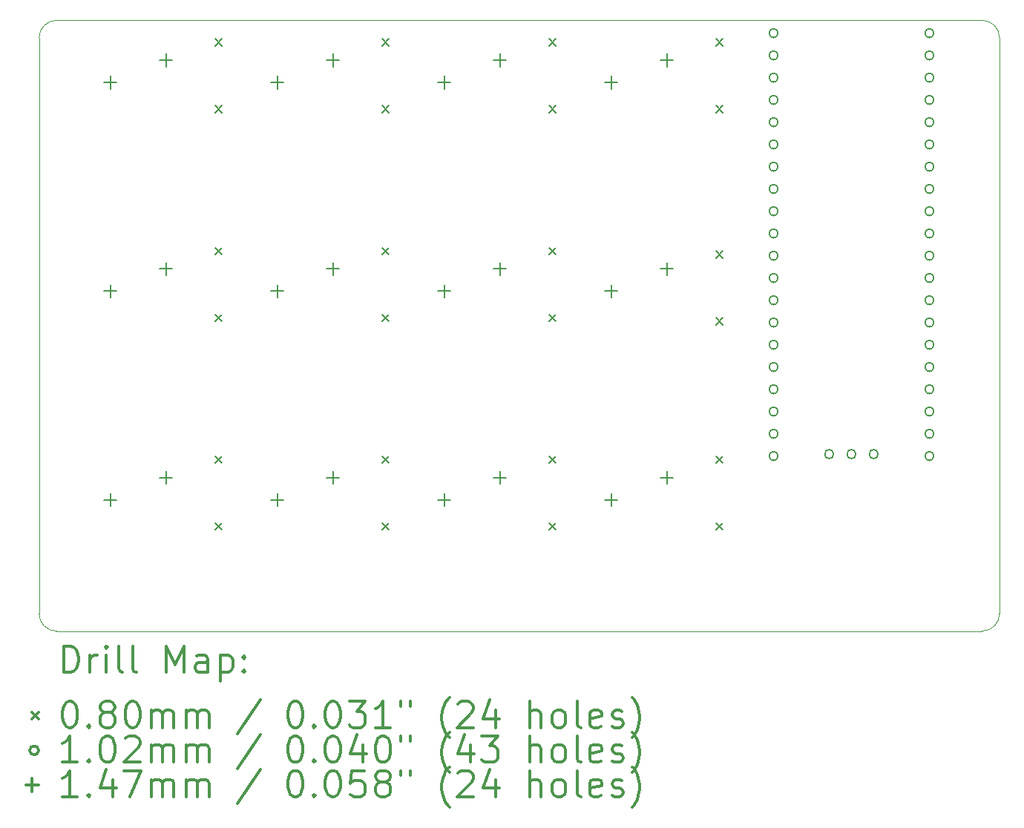
<source format=gbr>
%FSLAX45Y45*%
G04 Gerber Fmt 4.5, Leading zero omitted, Abs format (unit mm)*
G04 Created by KiCad (PCBNEW (5.1.9)-1) date 2021-05-26 09:10:55*
%MOMM*%
%LPD*%
G01*
G04 APERTURE LIST*
%TA.AperFunction,Profile*%
%ADD10C,0.100000*%
%TD*%
%ADD11C,0.200000*%
%ADD12C,0.300000*%
G04 APERTURE END LIST*
D10*
X17100000Y-3880000D02*
G75*
G02*
X17300000Y-4080000I0J-200000D01*
G01*
X17300000Y-10650000D02*
G75*
G02*
X17100000Y-10850000I-200000J0D01*
G01*
X6540000Y-10850000D02*
G75*
G02*
X6340000Y-10650000I0J200000D01*
G01*
X6340000Y-4080000D02*
X6340000Y-10650000D01*
X17100000Y-3880000D02*
X6540000Y-3880000D01*
X6340000Y-4080000D02*
G75*
G02*
X6540000Y-3880000I200000J0D01*
G01*
X17300000Y-10650000D02*
X17300000Y-4080000D01*
X6540000Y-10850000D02*
X17100000Y-10850000D01*
D11*
X8346000Y-4091500D02*
X8426000Y-4171500D01*
X8426000Y-4091500D02*
X8346000Y-4171500D01*
X8346000Y-4853500D02*
X8426000Y-4933500D01*
X8426000Y-4853500D02*
X8346000Y-4933500D01*
X8346000Y-6472750D02*
X8426000Y-6552750D01*
X8426000Y-6472750D02*
X8346000Y-6552750D01*
X8346000Y-7234750D02*
X8426000Y-7314750D01*
X8426000Y-7234750D02*
X8346000Y-7314750D01*
X8346000Y-8854000D02*
X8426000Y-8934000D01*
X8426000Y-8854000D02*
X8346000Y-8934000D01*
X8346000Y-9616000D02*
X8426000Y-9696000D01*
X8426000Y-9616000D02*
X8346000Y-9696000D01*
X10251000Y-4091500D02*
X10331000Y-4171500D01*
X10331000Y-4091500D02*
X10251000Y-4171500D01*
X10251000Y-4853500D02*
X10331000Y-4933500D01*
X10331000Y-4853500D02*
X10251000Y-4933500D01*
X10251000Y-6472750D02*
X10331000Y-6552750D01*
X10331000Y-6472750D02*
X10251000Y-6552750D01*
X10251000Y-7234750D02*
X10331000Y-7314750D01*
X10331000Y-7234750D02*
X10251000Y-7314750D01*
X10251000Y-8854000D02*
X10331000Y-8934000D01*
X10331000Y-8854000D02*
X10251000Y-8934000D01*
X10251000Y-9616000D02*
X10331000Y-9696000D01*
X10331000Y-9616000D02*
X10251000Y-9696000D01*
X12156000Y-4091500D02*
X12236000Y-4171500D01*
X12236000Y-4091500D02*
X12156000Y-4171500D01*
X12156000Y-4853500D02*
X12236000Y-4933500D01*
X12236000Y-4853500D02*
X12156000Y-4933500D01*
X12156000Y-6472750D02*
X12236000Y-6552750D01*
X12236000Y-6472750D02*
X12156000Y-6552750D01*
X12156000Y-7234750D02*
X12236000Y-7314750D01*
X12236000Y-7234750D02*
X12156000Y-7314750D01*
X12156000Y-8854000D02*
X12236000Y-8934000D01*
X12236000Y-8854000D02*
X12156000Y-8934000D01*
X12156000Y-9616000D02*
X12236000Y-9696000D01*
X12236000Y-9616000D02*
X12156000Y-9696000D01*
X14061000Y-4091500D02*
X14141000Y-4171500D01*
X14141000Y-4091500D02*
X14061000Y-4171500D01*
X14061000Y-4853500D02*
X14141000Y-4933500D01*
X14141000Y-4853500D02*
X14061000Y-4933500D01*
X14061000Y-6512750D02*
X14141000Y-6592750D01*
X14141000Y-6512750D02*
X14061000Y-6592750D01*
X14061000Y-7274750D02*
X14141000Y-7354750D01*
X14141000Y-7274750D02*
X14061000Y-7354750D01*
X14061000Y-8854000D02*
X14141000Y-8934000D01*
X14141000Y-8854000D02*
X14061000Y-8934000D01*
X14061000Y-9616000D02*
X14141000Y-9696000D01*
X14141000Y-9616000D02*
X14061000Y-9696000D01*
X14772000Y-4027000D02*
G75*
G03*
X14772000Y-4027000I-51000J0D01*
G01*
X14772000Y-4281000D02*
G75*
G03*
X14772000Y-4281000I-51000J0D01*
G01*
X14772000Y-4535000D02*
G75*
G03*
X14772000Y-4535000I-51000J0D01*
G01*
X14772000Y-4789000D02*
G75*
G03*
X14772000Y-4789000I-51000J0D01*
G01*
X14772000Y-5043000D02*
G75*
G03*
X14772000Y-5043000I-51000J0D01*
G01*
X14772000Y-5297000D02*
G75*
G03*
X14772000Y-5297000I-51000J0D01*
G01*
X14772000Y-5551000D02*
G75*
G03*
X14772000Y-5551000I-51000J0D01*
G01*
X14772000Y-5805000D02*
G75*
G03*
X14772000Y-5805000I-51000J0D01*
G01*
X14772000Y-6059000D02*
G75*
G03*
X14772000Y-6059000I-51000J0D01*
G01*
X14772000Y-6313000D02*
G75*
G03*
X14772000Y-6313000I-51000J0D01*
G01*
X14772000Y-6567000D02*
G75*
G03*
X14772000Y-6567000I-51000J0D01*
G01*
X14772000Y-6821000D02*
G75*
G03*
X14772000Y-6821000I-51000J0D01*
G01*
X14772000Y-7075000D02*
G75*
G03*
X14772000Y-7075000I-51000J0D01*
G01*
X14772000Y-7329000D02*
G75*
G03*
X14772000Y-7329000I-51000J0D01*
G01*
X14772000Y-7583000D02*
G75*
G03*
X14772000Y-7583000I-51000J0D01*
G01*
X14772000Y-7837000D02*
G75*
G03*
X14772000Y-7837000I-51000J0D01*
G01*
X14772000Y-8091000D02*
G75*
G03*
X14772000Y-8091000I-51000J0D01*
G01*
X14772000Y-8345000D02*
G75*
G03*
X14772000Y-8345000I-51000J0D01*
G01*
X14772000Y-8599000D02*
G75*
G03*
X14772000Y-8599000I-51000J0D01*
G01*
X14772000Y-8853000D02*
G75*
G03*
X14772000Y-8853000I-51000J0D01*
G01*
X15407000Y-8830000D02*
G75*
G03*
X15407000Y-8830000I-51000J0D01*
G01*
X15661000Y-8830000D02*
G75*
G03*
X15661000Y-8830000I-51000J0D01*
G01*
X15915000Y-8830000D02*
G75*
G03*
X15915000Y-8830000I-51000J0D01*
G01*
X16550000Y-4027000D02*
G75*
G03*
X16550000Y-4027000I-51000J0D01*
G01*
X16550000Y-4281000D02*
G75*
G03*
X16550000Y-4281000I-51000J0D01*
G01*
X16550000Y-4535000D02*
G75*
G03*
X16550000Y-4535000I-51000J0D01*
G01*
X16550000Y-4789000D02*
G75*
G03*
X16550000Y-4789000I-51000J0D01*
G01*
X16550000Y-5043000D02*
G75*
G03*
X16550000Y-5043000I-51000J0D01*
G01*
X16550000Y-5297000D02*
G75*
G03*
X16550000Y-5297000I-51000J0D01*
G01*
X16550000Y-5551000D02*
G75*
G03*
X16550000Y-5551000I-51000J0D01*
G01*
X16550000Y-5805000D02*
G75*
G03*
X16550000Y-5805000I-51000J0D01*
G01*
X16550000Y-6059000D02*
G75*
G03*
X16550000Y-6059000I-51000J0D01*
G01*
X16550000Y-6313000D02*
G75*
G03*
X16550000Y-6313000I-51000J0D01*
G01*
X16550000Y-6567000D02*
G75*
G03*
X16550000Y-6567000I-51000J0D01*
G01*
X16550000Y-6821000D02*
G75*
G03*
X16550000Y-6821000I-51000J0D01*
G01*
X16550000Y-7075000D02*
G75*
G03*
X16550000Y-7075000I-51000J0D01*
G01*
X16550000Y-7329000D02*
G75*
G03*
X16550000Y-7329000I-51000J0D01*
G01*
X16550000Y-7583000D02*
G75*
G03*
X16550000Y-7583000I-51000J0D01*
G01*
X16550000Y-7837000D02*
G75*
G03*
X16550000Y-7837000I-51000J0D01*
G01*
X16550000Y-8091000D02*
G75*
G03*
X16550000Y-8091000I-51000J0D01*
G01*
X16550000Y-8345000D02*
G75*
G03*
X16550000Y-8345000I-51000J0D01*
G01*
X16550000Y-8599000D02*
G75*
G03*
X16550000Y-8599000I-51000J0D01*
G01*
X16550000Y-8853000D02*
G75*
G03*
X16550000Y-8853000I-51000J0D01*
G01*
X7152500Y-4516000D02*
X7152500Y-4663000D01*
X7079000Y-4589500D02*
X7226000Y-4589500D01*
X7152500Y-6897250D02*
X7152500Y-7044250D01*
X7079000Y-6970750D02*
X7226000Y-6970750D01*
X7152500Y-9278500D02*
X7152500Y-9425500D01*
X7079000Y-9352000D02*
X7226000Y-9352000D01*
X7787500Y-4262000D02*
X7787500Y-4409000D01*
X7714000Y-4335500D02*
X7861000Y-4335500D01*
X7787500Y-6643250D02*
X7787500Y-6790250D01*
X7714000Y-6716750D02*
X7861000Y-6716750D01*
X7787500Y-9024500D02*
X7787500Y-9171500D01*
X7714000Y-9098000D02*
X7861000Y-9098000D01*
X9057500Y-4516000D02*
X9057500Y-4663000D01*
X8984000Y-4589500D02*
X9131000Y-4589500D01*
X9057500Y-6897250D02*
X9057500Y-7044250D01*
X8984000Y-6970750D02*
X9131000Y-6970750D01*
X9057500Y-9278500D02*
X9057500Y-9425500D01*
X8984000Y-9352000D02*
X9131000Y-9352000D01*
X9692500Y-4262000D02*
X9692500Y-4409000D01*
X9619000Y-4335500D02*
X9766000Y-4335500D01*
X9692500Y-6643250D02*
X9692500Y-6790250D01*
X9619000Y-6716750D02*
X9766000Y-6716750D01*
X9692500Y-9024500D02*
X9692500Y-9171500D01*
X9619000Y-9098000D02*
X9766000Y-9098000D01*
X10962500Y-4516000D02*
X10962500Y-4663000D01*
X10889000Y-4589500D02*
X11036000Y-4589500D01*
X10962500Y-6897250D02*
X10962500Y-7044250D01*
X10889000Y-6970750D02*
X11036000Y-6970750D01*
X10962500Y-9278500D02*
X10962500Y-9425500D01*
X10889000Y-9352000D02*
X11036000Y-9352000D01*
X11597500Y-4262000D02*
X11597500Y-4409000D01*
X11524000Y-4335500D02*
X11671000Y-4335500D01*
X11597500Y-6643250D02*
X11597500Y-6790250D01*
X11524000Y-6716750D02*
X11671000Y-6716750D01*
X11597500Y-9024500D02*
X11597500Y-9171500D01*
X11524000Y-9098000D02*
X11671000Y-9098000D01*
X12867500Y-4516000D02*
X12867500Y-4663000D01*
X12794000Y-4589500D02*
X12941000Y-4589500D01*
X12867500Y-6897250D02*
X12867500Y-7044250D01*
X12794000Y-6970750D02*
X12941000Y-6970750D01*
X12867500Y-9278500D02*
X12867500Y-9425500D01*
X12794000Y-9352000D02*
X12941000Y-9352000D01*
X13502500Y-4262000D02*
X13502500Y-4409000D01*
X13429000Y-4335500D02*
X13576000Y-4335500D01*
X13502500Y-6643250D02*
X13502500Y-6790250D01*
X13429000Y-6716750D02*
X13576000Y-6716750D01*
X13502500Y-9024500D02*
X13502500Y-9171500D01*
X13429000Y-9098000D02*
X13576000Y-9098000D01*
D12*
X6621428Y-11320714D02*
X6621428Y-11020714D01*
X6692857Y-11020714D01*
X6735714Y-11035000D01*
X6764286Y-11063572D01*
X6778571Y-11092143D01*
X6792857Y-11149286D01*
X6792857Y-11192143D01*
X6778571Y-11249286D01*
X6764286Y-11277857D01*
X6735714Y-11306429D01*
X6692857Y-11320714D01*
X6621428Y-11320714D01*
X6921428Y-11320714D02*
X6921428Y-11120714D01*
X6921428Y-11177857D02*
X6935714Y-11149286D01*
X6950000Y-11135000D01*
X6978571Y-11120714D01*
X7007143Y-11120714D01*
X7107143Y-11320714D02*
X7107143Y-11120714D01*
X7107143Y-11020714D02*
X7092857Y-11035000D01*
X7107143Y-11049286D01*
X7121428Y-11035000D01*
X7107143Y-11020714D01*
X7107143Y-11049286D01*
X7292857Y-11320714D02*
X7264286Y-11306429D01*
X7250000Y-11277857D01*
X7250000Y-11020714D01*
X7450000Y-11320714D02*
X7421428Y-11306429D01*
X7407143Y-11277857D01*
X7407143Y-11020714D01*
X7792857Y-11320714D02*
X7792857Y-11020714D01*
X7892857Y-11235000D01*
X7992857Y-11020714D01*
X7992857Y-11320714D01*
X8264286Y-11320714D02*
X8264286Y-11163572D01*
X8250000Y-11135000D01*
X8221428Y-11120714D01*
X8164286Y-11120714D01*
X8135714Y-11135000D01*
X8264286Y-11306429D02*
X8235714Y-11320714D01*
X8164286Y-11320714D01*
X8135714Y-11306429D01*
X8121428Y-11277857D01*
X8121428Y-11249286D01*
X8135714Y-11220714D01*
X8164286Y-11206429D01*
X8235714Y-11206429D01*
X8264286Y-11192143D01*
X8407143Y-11120714D02*
X8407143Y-11420714D01*
X8407143Y-11135000D02*
X8435714Y-11120714D01*
X8492857Y-11120714D01*
X8521428Y-11135000D01*
X8535714Y-11149286D01*
X8550000Y-11177857D01*
X8550000Y-11263571D01*
X8535714Y-11292143D01*
X8521428Y-11306429D01*
X8492857Y-11320714D01*
X8435714Y-11320714D01*
X8407143Y-11306429D01*
X8678571Y-11292143D02*
X8692857Y-11306429D01*
X8678571Y-11320714D01*
X8664286Y-11306429D01*
X8678571Y-11292143D01*
X8678571Y-11320714D01*
X8678571Y-11135000D02*
X8692857Y-11149286D01*
X8678571Y-11163572D01*
X8664286Y-11149286D01*
X8678571Y-11135000D01*
X8678571Y-11163572D01*
X6255000Y-11775000D02*
X6335000Y-11855000D01*
X6335000Y-11775000D02*
X6255000Y-11855000D01*
X6678571Y-11650714D02*
X6707143Y-11650714D01*
X6735714Y-11665000D01*
X6750000Y-11679286D01*
X6764286Y-11707857D01*
X6778571Y-11765000D01*
X6778571Y-11836429D01*
X6764286Y-11893571D01*
X6750000Y-11922143D01*
X6735714Y-11936429D01*
X6707143Y-11950714D01*
X6678571Y-11950714D01*
X6650000Y-11936429D01*
X6635714Y-11922143D01*
X6621428Y-11893571D01*
X6607143Y-11836429D01*
X6607143Y-11765000D01*
X6621428Y-11707857D01*
X6635714Y-11679286D01*
X6650000Y-11665000D01*
X6678571Y-11650714D01*
X6907143Y-11922143D02*
X6921428Y-11936429D01*
X6907143Y-11950714D01*
X6892857Y-11936429D01*
X6907143Y-11922143D01*
X6907143Y-11950714D01*
X7092857Y-11779286D02*
X7064286Y-11765000D01*
X7050000Y-11750714D01*
X7035714Y-11722143D01*
X7035714Y-11707857D01*
X7050000Y-11679286D01*
X7064286Y-11665000D01*
X7092857Y-11650714D01*
X7150000Y-11650714D01*
X7178571Y-11665000D01*
X7192857Y-11679286D01*
X7207143Y-11707857D01*
X7207143Y-11722143D01*
X7192857Y-11750714D01*
X7178571Y-11765000D01*
X7150000Y-11779286D01*
X7092857Y-11779286D01*
X7064286Y-11793571D01*
X7050000Y-11807857D01*
X7035714Y-11836429D01*
X7035714Y-11893571D01*
X7050000Y-11922143D01*
X7064286Y-11936429D01*
X7092857Y-11950714D01*
X7150000Y-11950714D01*
X7178571Y-11936429D01*
X7192857Y-11922143D01*
X7207143Y-11893571D01*
X7207143Y-11836429D01*
X7192857Y-11807857D01*
X7178571Y-11793571D01*
X7150000Y-11779286D01*
X7392857Y-11650714D02*
X7421428Y-11650714D01*
X7450000Y-11665000D01*
X7464286Y-11679286D01*
X7478571Y-11707857D01*
X7492857Y-11765000D01*
X7492857Y-11836429D01*
X7478571Y-11893571D01*
X7464286Y-11922143D01*
X7450000Y-11936429D01*
X7421428Y-11950714D01*
X7392857Y-11950714D01*
X7364286Y-11936429D01*
X7350000Y-11922143D01*
X7335714Y-11893571D01*
X7321428Y-11836429D01*
X7321428Y-11765000D01*
X7335714Y-11707857D01*
X7350000Y-11679286D01*
X7364286Y-11665000D01*
X7392857Y-11650714D01*
X7621428Y-11950714D02*
X7621428Y-11750714D01*
X7621428Y-11779286D02*
X7635714Y-11765000D01*
X7664286Y-11750714D01*
X7707143Y-11750714D01*
X7735714Y-11765000D01*
X7750000Y-11793571D01*
X7750000Y-11950714D01*
X7750000Y-11793571D02*
X7764286Y-11765000D01*
X7792857Y-11750714D01*
X7835714Y-11750714D01*
X7864286Y-11765000D01*
X7878571Y-11793571D01*
X7878571Y-11950714D01*
X8021428Y-11950714D02*
X8021428Y-11750714D01*
X8021428Y-11779286D02*
X8035714Y-11765000D01*
X8064286Y-11750714D01*
X8107143Y-11750714D01*
X8135714Y-11765000D01*
X8150000Y-11793571D01*
X8150000Y-11950714D01*
X8150000Y-11793571D02*
X8164286Y-11765000D01*
X8192857Y-11750714D01*
X8235714Y-11750714D01*
X8264286Y-11765000D01*
X8278571Y-11793571D01*
X8278571Y-11950714D01*
X8864286Y-11636429D02*
X8607143Y-12022143D01*
X9250000Y-11650714D02*
X9278571Y-11650714D01*
X9307143Y-11665000D01*
X9321428Y-11679286D01*
X9335714Y-11707857D01*
X9350000Y-11765000D01*
X9350000Y-11836429D01*
X9335714Y-11893571D01*
X9321428Y-11922143D01*
X9307143Y-11936429D01*
X9278571Y-11950714D01*
X9250000Y-11950714D01*
X9221428Y-11936429D01*
X9207143Y-11922143D01*
X9192857Y-11893571D01*
X9178571Y-11836429D01*
X9178571Y-11765000D01*
X9192857Y-11707857D01*
X9207143Y-11679286D01*
X9221428Y-11665000D01*
X9250000Y-11650714D01*
X9478571Y-11922143D02*
X9492857Y-11936429D01*
X9478571Y-11950714D01*
X9464286Y-11936429D01*
X9478571Y-11922143D01*
X9478571Y-11950714D01*
X9678571Y-11650714D02*
X9707143Y-11650714D01*
X9735714Y-11665000D01*
X9750000Y-11679286D01*
X9764286Y-11707857D01*
X9778571Y-11765000D01*
X9778571Y-11836429D01*
X9764286Y-11893571D01*
X9750000Y-11922143D01*
X9735714Y-11936429D01*
X9707143Y-11950714D01*
X9678571Y-11950714D01*
X9650000Y-11936429D01*
X9635714Y-11922143D01*
X9621428Y-11893571D01*
X9607143Y-11836429D01*
X9607143Y-11765000D01*
X9621428Y-11707857D01*
X9635714Y-11679286D01*
X9650000Y-11665000D01*
X9678571Y-11650714D01*
X9878571Y-11650714D02*
X10064286Y-11650714D01*
X9964286Y-11765000D01*
X10007143Y-11765000D01*
X10035714Y-11779286D01*
X10050000Y-11793571D01*
X10064286Y-11822143D01*
X10064286Y-11893571D01*
X10050000Y-11922143D01*
X10035714Y-11936429D01*
X10007143Y-11950714D01*
X9921428Y-11950714D01*
X9892857Y-11936429D01*
X9878571Y-11922143D01*
X10350000Y-11950714D02*
X10178571Y-11950714D01*
X10264286Y-11950714D02*
X10264286Y-11650714D01*
X10235714Y-11693571D01*
X10207143Y-11722143D01*
X10178571Y-11736429D01*
X10464286Y-11650714D02*
X10464286Y-11707857D01*
X10578571Y-11650714D02*
X10578571Y-11707857D01*
X11021428Y-12065000D02*
X11007143Y-12050714D01*
X10978571Y-12007857D01*
X10964286Y-11979286D01*
X10950000Y-11936429D01*
X10935714Y-11865000D01*
X10935714Y-11807857D01*
X10950000Y-11736429D01*
X10964286Y-11693571D01*
X10978571Y-11665000D01*
X11007143Y-11622143D01*
X11021428Y-11607857D01*
X11121428Y-11679286D02*
X11135714Y-11665000D01*
X11164286Y-11650714D01*
X11235714Y-11650714D01*
X11264286Y-11665000D01*
X11278571Y-11679286D01*
X11292857Y-11707857D01*
X11292857Y-11736429D01*
X11278571Y-11779286D01*
X11107143Y-11950714D01*
X11292857Y-11950714D01*
X11550000Y-11750714D02*
X11550000Y-11950714D01*
X11478571Y-11636429D02*
X11407143Y-11850714D01*
X11592857Y-11850714D01*
X11935714Y-11950714D02*
X11935714Y-11650714D01*
X12064286Y-11950714D02*
X12064286Y-11793571D01*
X12050000Y-11765000D01*
X12021428Y-11750714D01*
X11978571Y-11750714D01*
X11950000Y-11765000D01*
X11935714Y-11779286D01*
X12250000Y-11950714D02*
X12221428Y-11936429D01*
X12207143Y-11922143D01*
X12192857Y-11893571D01*
X12192857Y-11807857D01*
X12207143Y-11779286D01*
X12221428Y-11765000D01*
X12250000Y-11750714D01*
X12292857Y-11750714D01*
X12321428Y-11765000D01*
X12335714Y-11779286D01*
X12350000Y-11807857D01*
X12350000Y-11893571D01*
X12335714Y-11922143D01*
X12321428Y-11936429D01*
X12292857Y-11950714D01*
X12250000Y-11950714D01*
X12521428Y-11950714D02*
X12492857Y-11936429D01*
X12478571Y-11907857D01*
X12478571Y-11650714D01*
X12750000Y-11936429D02*
X12721428Y-11950714D01*
X12664286Y-11950714D01*
X12635714Y-11936429D01*
X12621428Y-11907857D01*
X12621428Y-11793571D01*
X12635714Y-11765000D01*
X12664286Y-11750714D01*
X12721428Y-11750714D01*
X12750000Y-11765000D01*
X12764286Y-11793571D01*
X12764286Y-11822143D01*
X12621428Y-11850714D01*
X12878571Y-11936429D02*
X12907143Y-11950714D01*
X12964286Y-11950714D01*
X12992857Y-11936429D01*
X13007143Y-11907857D01*
X13007143Y-11893571D01*
X12992857Y-11865000D01*
X12964286Y-11850714D01*
X12921428Y-11850714D01*
X12892857Y-11836429D01*
X12878571Y-11807857D01*
X12878571Y-11793571D01*
X12892857Y-11765000D01*
X12921428Y-11750714D01*
X12964286Y-11750714D01*
X12992857Y-11765000D01*
X13107143Y-12065000D02*
X13121428Y-12050714D01*
X13150000Y-12007857D01*
X13164286Y-11979286D01*
X13178571Y-11936429D01*
X13192857Y-11865000D01*
X13192857Y-11807857D01*
X13178571Y-11736429D01*
X13164286Y-11693571D01*
X13150000Y-11665000D01*
X13121428Y-11622143D01*
X13107143Y-11607857D01*
X6335000Y-12211000D02*
G75*
G03*
X6335000Y-12211000I-51000J0D01*
G01*
X6778571Y-12346714D02*
X6607143Y-12346714D01*
X6692857Y-12346714D02*
X6692857Y-12046714D01*
X6664286Y-12089571D01*
X6635714Y-12118143D01*
X6607143Y-12132429D01*
X6907143Y-12318143D02*
X6921428Y-12332429D01*
X6907143Y-12346714D01*
X6892857Y-12332429D01*
X6907143Y-12318143D01*
X6907143Y-12346714D01*
X7107143Y-12046714D02*
X7135714Y-12046714D01*
X7164286Y-12061000D01*
X7178571Y-12075286D01*
X7192857Y-12103857D01*
X7207143Y-12161000D01*
X7207143Y-12232429D01*
X7192857Y-12289571D01*
X7178571Y-12318143D01*
X7164286Y-12332429D01*
X7135714Y-12346714D01*
X7107143Y-12346714D01*
X7078571Y-12332429D01*
X7064286Y-12318143D01*
X7050000Y-12289571D01*
X7035714Y-12232429D01*
X7035714Y-12161000D01*
X7050000Y-12103857D01*
X7064286Y-12075286D01*
X7078571Y-12061000D01*
X7107143Y-12046714D01*
X7321428Y-12075286D02*
X7335714Y-12061000D01*
X7364286Y-12046714D01*
X7435714Y-12046714D01*
X7464286Y-12061000D01*
X7478571Y-12075286D01*
X7492857Y-12103857D01*
X7492857Y-12132429D01*
X7478571Y-12175286D01*
X7307143Y-12346714D01*
X7492857Y-12346714D01*
X7621428Y-12346714D02*
X7621428Y-12146714D01*
X7621428Y-12175286D02*
X7635714Y-12161000D01*
X7664286Y-12146714D01*
X7707143Y-12146714D01*
X7735714Y-12161000D01*
X7750000Y-12189571D01*
X7750000Y-12346714D01*
X7750000Y-12189571D02*
X7764286Y-12161000D01*
X7792857Y-12146714D01*
X7835714Y-12146714D01*
X7864286Y-12161000D01*
X7878571Y-12189571D01*
X7878571Y-12346714D01*
X8021428Y-12346714D02*
X8021428Y-12146714D01*
X8021428Y-12175286D02*
X8035714Y-12161000D01*
X8064286Y-12146714D01*
X8107143Y-12146714D01*
X8135714Y-12161000D01*
X8150000Y-12189571D01*
X8150000Y-12346714D01*
X8150000Y-12189571D02*
X8164286Y-12161000D01*
X8192857Y-12146714D01*
X8235714Y-12146714D01*
X8264286Y-12161000D01*
X8278571Y-12189571D01*
X8278571Y-12346714D01*
X8864286Y-12032429D02*
X8607143Y-12418143D01*
X9250000Y-12046714D02*
X9278571Y-12046714D01*
X9307143Y-12061000D01*
X9321428Y-12075286D01*
X9335714Y-12103857D01*
X9350000Y-12161000D01*
X9350000Y-12232429D01*
X9335714Y-12289571D01*
X9321428Y-12318143D01*
X9307143Y-12332429D01*
X9278571Y-12346714D01*
X9250000Y-12346714D01*
X9221428Y-12332429D01*
X9207143Y-12318143D01*
X9192857Y-12289571D01*
X9178571Y-12232429D01*
X9178571Y-12161000D01*
X9192857Y-12103857D01*
X9207143Y-12075286D01*
X9221428Y-12061000D01*
X9250000Y-12046714D01*
X9478571Y-12318143D02*
X9492857Y-12332429D01*
X9478571Y-12346714D01*
X9464286Y-12332429D01*
X9478571Y-12318143D01*
X9478571Y-12346714D01*
X9678571Y-12046714D02*
X9707143Y-12046714D01*
X9735714Y-12061000D01*
X9750000Y-12075286D01*
X9764286Y-12103857D01*
X9778571Y-12161000D01*
X9778571Y-12232429D01*
X9764286Y-12289571D01*
X9750000Y-12318143D01*
X9735714Y-12332429D01*
X9707143Y-12346714D01*
X9678571Y-12346714D01*
X9650000Y-12332429D01*
X9635714Y-12318143D01*
X9621428Y-12289571D01*
X9607143Y-12232429D01*
X9607143Y-12161000D01*
X9621428Y-12103857D01*
X9635714Y-12075286D01*
X9650000Y-12061000D01*
X9678571Y-12046714D01*
X10035714Y-12146714D02*
X10035714Y-12346714D01*
X9964286Y-12032429D02*
X9892857Y-12246714D01*
X10078571Y-12246714D01*
X10250000Y-12046714D02*
X10278571Y-12046714D01*
X10307143Y-12061000D01*
X10321428Y-12075286D01*
X10335714Y-12103857D01*
X10350000Y-12161000D01*
X10350000Y-12232429D01*
X10335714Y-12289571D01*
X10321428Y-12318143D01*
X10307143Y-12332429D01*
X10278571Y-12346714D01*
X10250000Y-12346714D01*
X10221428Y-12332429D01*
X10207143Y-12318143D01*
X10192857Y-12289571D01*
X10178571Y-12232429D01*
X10178571Y-12161000D01*
X10192857Y-12103857D01*
X10207143Y-12075286D01*
X10221428Y-12061000D01*
X10250000Y-12046714D01*
X10464286Y-12046714D02*
X10464286Y-12103857D01*
X10578571Y-12046714D02*
X10578571Y-12103857D01*
X11021428Y-12461000D02*
X11007143Y-12446714D01*
X10978571Y-12403857D01*
X10964286Y-12375286D01*
X10950000Y-12332429D01*
X10935714Y-12261000D01*
X10935714Y-12203857D01*
X10950000Y-12132429D01*
X10964286Y-12089571D01*
X10978571Y-12061000D01*
X11007143Y-12018143D01*
X11021428Y-12003857D01*
X11264286Y-12146714D02*
X11264286Y-12346714D01*
X11192857Y-12032429D02*
X11121428Y-12246714D01*
X11307143Y-12246714D01*
X11392857Y-12046714D02*
X11578571Y-12046714D01*
X11478571Y-12161000D01*
X11521428Y-12161000D01*
X11550000Y-12175286D01*
X11564286Y-12189571D01*
X11578571Y-12218143D01*
X11578571Y-12289571D01*
X11564286Y-12318143D01*
X11550000Y-12332429D01*
X11521428Y-12346714D01*
X11435714Y-12346714D01*
X11407143Y-12332429D01*
X11392857Y-12318143D01*
X11935714Y-12346714D02*
X11935714Y-12046714D01*
X12064286Y-12346714D02*
X12064286Y-12189571D01*
X12050000Y-12161000D01*
X12021428Y-12146714D01*
X11978571Y-12146714D01*
X11950000Y-12161000D01*
X11935714Y-12175286D01*
X12250000Y-12346714D02*
X12221428Y-12332429D01*
X12207143Y-12318143D01*
X12192857Y-12289571D01*
X12192857Y-12203857D01*
X12207143Y-12175286D01*
X12221428Y-12161000D01*
X12250000Y-12146714D01*
X12292857Y-12146714D01*
X12321428Y-12161000D01*
X12335714Y-12175286D01*
X12350000Y-12203857D01*
X12350000Y-12289571D01*
X12335714Y-12318143D01*
X12321428Y-12332429D01*
X12292857Y-12346714D01*
X12250000Y-12346714D01*
X12521428Y-12346714D02*
X12492857Y-12332429D01*
X12478571Y-12303857D01*
X12478571Y-12046714D01*
X12750000Y-12332429D02*
X12721428Y-12346714D01*
X12664286Y-12346714D01*
X12635714Y-12332429D01*
X12621428Y-12303857D01*
X12621428Y-12189571D01*
X12635714Y-12161000D01*
X12664286Y-12146714D01*
X12721428Y-12146714D01*
X12750000Y-12161000D01*
X12764286Y-12189571D01*
X12764286Y-12218143D01*
X12621428Y-12246714D01*
X12878571Y-12332429D02*
X12907143Y-12346714D01*
X12964286Y-12346714D01*
X12992857Y-12332429D01*
X13007143Y-12303857D01*
X13007143Y-12289571D01*
X12992857Y-12261000D01*
X12964286Y-12246714D01*
X12921428Y-12246714D01*
X12892857Y-12232429D01*
X12878571Y-12203857D01*
X12878571Y-12189571D01*
X12892857Y-12161000D01*
X12921428Y-12146714D01*
X12964286Y-12146714D01*
X12992857Y-12161000D01*
X13107143Y-12461000D02*
X13121428Y-12446714D01*
X13150000Y-12403857D01*
X13164286Y-12375286D01*
X13178571Y-12332429D01*
X13192857Y-12261000D01*
X13192857Y-12203857D01*
X13178571Y-12132429D01*
X13164286Y-12089571D01*
X13150000Y-12061000D01*
X13121428Y-12018143D01*
X13107143Y-12003857D01*
X6261500Y-12533500D02*
X6261500Y-12680500D01*
X6188000Y-12607000D02*
X6335000Y-12607000D01*
X6778571Y-12742714D02*
X6607143Y-12742714D01*
X6692857Y-12742714D02*
X6692857Y-12442714D01*
X6664286Y-12485571D01*
X6635714Y-12514143D01*
X6607143Y-12528429D01*
X6907143Y-12714143D02*
X6921428Y-12728429D01*
X6907143Y-12742714D01*
X6892857Y-12728429D01*
X6907143Y-12714143D01*
X6907143Y-12742714D01*
X7178571Y-12542714D02*
X7178571Y-12742714D01*
X7107143Y-12428429D02*
X7035714Y-12642714D01*
X7221428Y-12642714D01*
X7307143Y-12442714D02*
X7507143Y-12442714D01*
X7378571Y-12742714D01*
X7621428Y-12742714D02*
X7621428Y-12542714D01*
X7621428Y-12571286D02*
X7635714Y-12557000D01*
X7664286Y-12542714D01*
X7707143Y-12542714D01*
X7735714Y-12557000D01*
X7750000Y-12585571D01*
X7750000Y-12742714D01*
X7750000Y-12585571D02*
X7764286Y-12557000D01*
X7792857Y-12542714D01*
X7835714Y-12542714D01*
X7864286Y-12557000D01*
X7878571Y-12585571D01*
X7878571Y-12742714D01*
X8021428Y-12742714D02*
X8021428Y-12542714D01*
X8021428Y-12571286D02*
X8035714Y-12557000D01*
X8064286Y-12542714D01*
X8107143Y-12542714D01*
X8135714Y-12557000D01*
X8150000Y-12585571D01*
X8150000Y-12742714D01*
X8150000Y-12585571D02*
X8164286Y-12557000D01*
X8192857Y-12542714D01*
X8235714Y-12542714D01*
X8264286Y-12557000D01*
X8278571Y-12585571D01*
X8278571Y-12742714D01*
X8864286Y-12428429D02*
X8607143Y-12814143D01*
X9250000Y-12442714D02*
X9278571Y-12442714D01*
X9307143Y-12457000D01*
X9321428Y-12471286D01*
X9335714Y-12499857D01*
X9350000Y-12557000D01*
X9350000Y-12628429D01*
X9335714Y-12685571D01*
X9321428Y-12714143D01*
X9307143Y-12728429D01*
X9278571Y-12742714D01*
X9250000Y-12742714D01*
X9221428Y-12728429D01*
X9207143Y-12714143D01*
X9192857Y-12685571D01*
X9178571Y-12628429D01*
X9178571Y-12557000D01*
X9192857Y-12499857D01*
X9207143Y-12471286D01*
X9221428Y-12457000D01*
X9250000Y-12442714D01*
X9478571Y-12714143D02*
X9492857Y-12728429D01*
X9478571Y-12742714D01*
X9464286Y-12728429D01*
X9478571Y-12714143D01*
X9478571Y-12742714D01*
X9678571Y-12442714D02*
X9707143Y-12442714D01*
X9735714Y-12457000D01*
X9750000Y-12471286D01*
X9764286Y-12499857D01*
X9778571Y-12557000D01*
X9778571Y-12628429D01*
X9764286Y-12685571D01*
X9750000Y-12714143D01*
X9735714Y-12728429D01*
X9707143Y-12742714D01*
X9678571Y-12742714D01*
X9650000Y-12728429D01*
X9635714Y-12714143D01*
X9621428Y-12685571D01*
X9607143Y-12628429D01*
X9607143Y-12557000D01*
X9621428Y-12499857D01*
X9635714Y-12471286D01*
X9650000Y-12457000D01*
X9678571Y-12442714D01*
X10050000Y-12442714D02*
X9907143Y-12442714D01*
X9892857Y-12585571D01*
X9907143Y-12571286D01*
X9935714Y-12557000D01*
X10007143Y-12557000D01*
X10035714Y-12571286D01*
X10050000Y-12585571D01*
X10064286Y-12614143D01*
X10064286Y-12685571D01*
X10050000Y-12714143D01*
X10035714Y-12728429D01*
X10007143Y-12742714D01*
X9935714Y-12742714D01*
X9907143Y-12728429D01*
X9892857Y-12714143D01*
X10235714Y-12571286D02*
X10207143Y-12557000D01*
X10192857Y-12542714D01*
X10178571Y-12514143D01*
X10178571Y-12499857D01*
X10192857Y-12471286D01*
X10207143Y-12457000D01*
X10235714Y-12442714D01*
X10292857Y-12442714D01*
X10321428Y-12457000D01*
X10335714Y-12471286D01*
X10350000Y-12499857D01*
X10350000Y-12514143D01*
X10335714Y-12542714D01*
X10321428Y-12557000D01*
X10292857Y-12571286D01*
X10235714Y-12571286D01*
X10207143Y-12585571D01*
X10192857Y-12599857D01*
X10178571Y-12628429D01*
X10178571Y-12685571D01*
X10192857Y-12714143D01*
X10207143Y-12728429D01*
X10235714Y-12742714D01*
X10292857Y-12742714D01*
X10321428Y-12728429D01*
X10335714Y-12714143D01*
X10350000Y-12685571D01*
X10350000Y-12628429D01*
X10335714Y-12599857D01*
X10321428Y-12585571D01*
X10292857Y-12571286D01*
X10464286Y-12442714D02*
X10464286Y-12499857D01*
X10578571Y-12442714D02*
X10578571Y-12499857D01*
X11021428Y-12857000D02*
X11007143Y-12842714D01*
X10978571Y-12799857D01*
X10964286Y-12771286D01*
X10950000Y-12728429D01*
X10935714Y-12657000D01*
X10935714Y-12599857D01*
X10950000Y-12528429D01*
X10964286Y-12485571D01*
X10978571Y-12457000D01*
X11007143Y-12414143D01*
X11021428Y-12399857D01*
X11121428Y-12471286D02*
X11135714Y-12457000D01*
X11164286Y-12442714D01*
X11235714Y-12442714D01*
X11264286Y-12457000D01*
X11278571Y-12471286D01*
X11292857Y-12499857D01*
X11292857Y-12528429D01*
X11278571Y-12571286D01*
X11107143Y-12742714D01*
X11292857Y-12742714D01*
X11550000Y-12542714D02*
X11550000Y-12742714D01*
X11478571Y-12428429D02*
X11407143Y-12642714D01*
X11592857Y-12642714D01*
X11935714Y-12742714D02*
X11935714Y-12442714D01*
X12064286Y-12742714D02*
X12064286Y-12585571D01*
X12050000Y-12557000D01*
X12021428Y-12542714D01*
X11978571Y-12542714D01*
X11950000Y-12557000D01*
X11935714Y-12571286D01*
X12250000Y-12742714D02*
X12221428Y-12728429D01*
X12207143Y-12714143D01*
X12192857Y-12685571D01*
X12192857Y-12599857D01*
X12207143Y-12571286D01*
X12221428Y-12557000D01*
X12250000Y-12542714D01*
X12292857Y-12542714D01*
X12321428Y-12557000D01*
X12335714Y-12571286D01*
X12350000Y-12599857D01*
X12350000Y-12685571D01*
X12335714Y-12714143D01*
X12321428Y-12728429D01*
X12292857Y-12742714D01*
X12250000Y-12742714D01*
X12521428Y-12742714D02*
X12492857Y-12728429D01*
X12478571Y-12699857D01*
X12478571Y-12442714D01*
X12750000Y-12728429D02*
X12721428Y-12742714D01*
X12664286Y-12742714D01*
X12635714Y-12728429D01*
X12621428Y-12699857D01*
X12621428Y-12585571D01*
X12635714Y-12557000D01*
X12664286Y-12542714D01*
X12721428Y-12542714D01*
X12750000Y-12557000D01*
X12764286Y-12585571D01*
X12764286Y-12614143D01*
X12621428Y-12642714D01*
X12878571Y-12728429D02*
X12907143Y-12742714D01*
X12964286Y-12742714D01*
X12992857Y-12728429D01*
X13007143Y-12699857D01*
X13007143Y-12685571D01*
X12992857Y-12657000D01*
X12964286Y-12642714D01*
X12921428Y-12642714D01*
X12892857Y-12628429D01*
X12878571Y-12599857D01*
X12878571Y-12585571D01*
X12892857Y-12557000D01*
X12921428Y-12542714D01*
X12964286Y-12542714D01*
X12992857Y-12557000D01*
X13107143Y-12857000D02*
X13121428Y-12842714D01*
X13150000Y-12799857D01*
X13164286Y-12771286D01*
X13178571Y-12728429D01*
X13192857Y-12657000D01*
X13192857Y-12599857D01*
X13178571Y-12528429D01*
X13164286Y-12485571D01*
X13150000Y-12457000D01*
X13121428Y-12414143D01*
X13107143Y-12399857D01*
M02*

</source>
